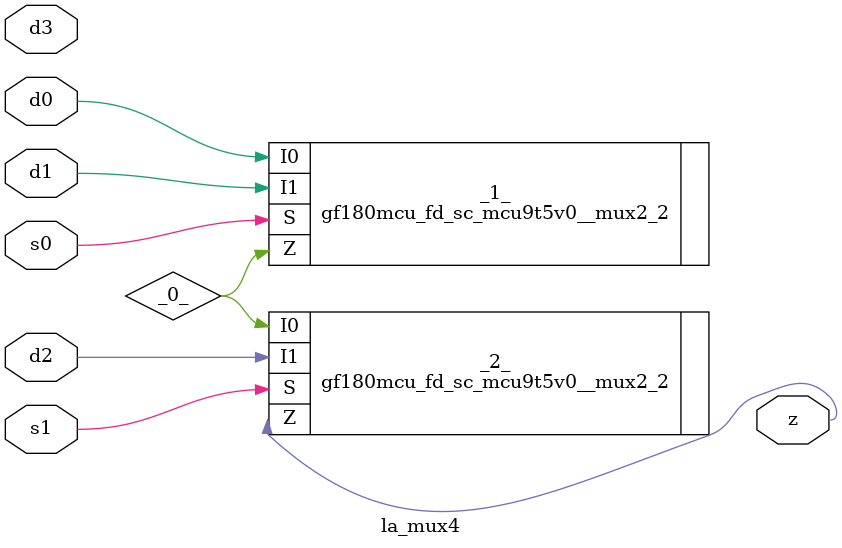
<source format=v>

/* Generated by Yosys 0.37 (git sha1 a5c7f69ed, clang 14.0.0-1ubuntu1.1 -fPIC -Os) */

module la_mux4(d0, d1, d2, d3, s0, s1, z);
  wire _0_;
  input d0;
  wire d0;
  input d1;
  wire d1;
  input d2;
  wire d2;
  input d3;
  wire d3;
  input s0;
  wire s0;
  input s1;
  wire s1;
  output z;
  wire z;
  gf180mcu_fd_sc_mcu9t5v0__mux2_2 _1_ (
    .I0(d0),
    .I1(d1),
    .S(s0),
    .Z(_0_)
  );
  gf180mcu_fd_sc_mcu9t5v0__mux2_2 _2_ (
    .I0(_0_),
    .I1(d2),
    .S(s1),
    .Z(z)
  );
endmodule

</source>
